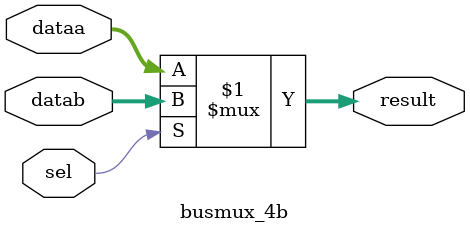
<source format=v>



module busmux_4b(sel,dataa,datab,result);
input sel;
input [3:0] dataa;
input [3:0] datab;
output [3:0] result;

assign result=sel?datab:dataa;

endmodule

</source>
